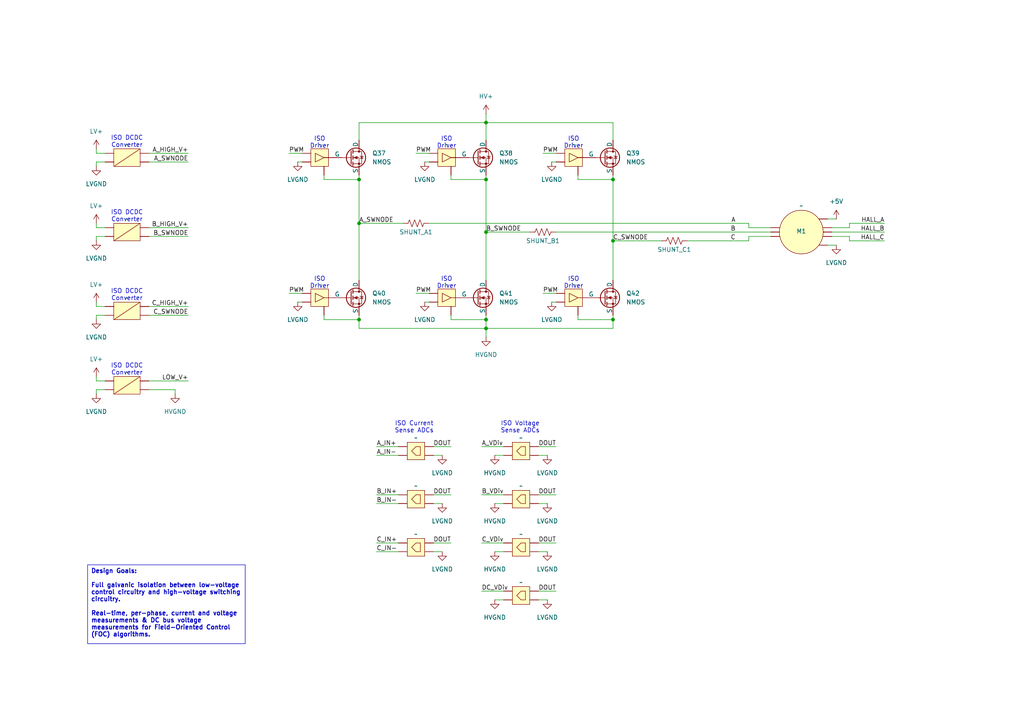
<source format=kicad_sch>
(kicad_sch (version 20250114) (generator "eeschema") (generator_version "9.0")
  (paper "A4")
  (lib_symbols
    (symbol "ADC_1"
      (symbol "ADC_1_0_1"
        (polyline (pts (xy 1.27 -1.27) (xy 1.27 1.27) (xy 0 1.27) (xy -1.27 0) (xy 0 -1.27) (xy 1.27 -1.27)))
      )
      (symbol "ADC_1_1_1"
        (rectangle (start -2.54 2.54) (end 2.54 -2.54) (fill (type color) (color 255 255 194 1)))
        (pin passive line (at -5.08 1.27 0) (length 2.54) (name "") (number ""))
        (pin passive line (at -5.08 -1.27 0) (length 2.54) (name "") (number ""))
        (pin passive line (at 5.08 1.27 180) (length 2.54) (name "") (number ""))
        (pin passive line (at 5.08 -1.27 180) (length 2.54) (name "") (number ""))
      )
    )
    (symbol "ADC_2"
      (symbol "ADC_2_0_1"
        (polyline (pts (xy 1.27 -1.27) (xy 1.27 1.27) (xy 0 1.27) (xy -1.27 0) (xy 0 -1.27) (xy 1.27 -1.27)))
      )
      (symbol "ADC_2_1_1"
        (rectangle (start -2.54 2.54) (end 2.54 -2.54) (fill (type color) (color 255 255 194 1)))
        (pin passive line (at -5.08 1.27 0) (length 2.54) (name "") (number ""))
        (pin passive line (at -5.08 -1.27 0) (length 2.54) (name "") (number ""))
        (pin passive line (at 5.08 1.27 180) (length 2.54) (name "") (number ""))
        (pin passive line (at 5.08 -1.27 180) (length 2.54) (name "") (number ""))
      )
    )
    (symbol "ADC_3"
      (symbol "ADC_3_0_1"
        (polyline (pts (xy 1.27 -1.27) (xy 1.27 1.27) (xy 0 1.27) (xy -1.27 0) (xy 0 -1.27) (xy 1.27 -1.27)))
      )
      (symbol "ADC_3_1_1"
        (rectangle (start -2.54 2.54) (end 2.54 -2.54) (fill (type color) (color 255 255 194 1)))
        (pin passive line (at -5.08 1.27 0) (length 2.54) (name "") (number ""))
        (pin passive line (at -5.08 -1.27 0) (length 2.54) (name "") (number ""))
        (pin passive line (at 5.08 1.27 180) (length 2.54) (name "") (number ""))
        (pin passive line (at 5.08 -1.27 180) (length 2.54) (name "") (number ""))
      )
    )
    (symbol "ADC_4"
      (symbol "ADC_4_0_1"
        (polyline (pts (xy 1.27 -1.27) (xy 1.27 1.27) (xy 0 1.27) (xy -1.27 0) (xy 0 -1.27) (xy 1.27 -1.27)))
      )
      (symbol "ADC_4_1_1"
        (rectangle (start -2.54 2.54) (end 2.54 -2.54) (fill (type color) (color 255 255 194 1)))
        (pin passive line (at -5.08 1.27 0) (length 2.54) (name "") (number ""))
        (pin passive line (at -5.08 -1.27 0) (length 2.54) (name "") (number ""))
        (pin passive line (at 5.08 1.27 180) (length 2.54) (name "") (number ""))
        (pin passive line (at 5.08 -1.27 180) (length 2.54) (name "") (number ""))
      )
    )
    (symbol "ADC_5"
      (symbol "ADC_5_0_1"
        (polyline (pts (xy 1.27 -1.27) (xy 1.27 1.27) (xy 0 1.27) (xy -1.27 0) (xy 0 -1.27) (xy 1.27 -1.27)))
      )
      (symbol "ADC_5_1_1"
        (rectangle (start -2.54 2.54) (end 2.54 -2.54) (fill (type color) (color 255 255 194 1)))
        (pin passive line (at -5.08 1.27 0) (length 2.54) (name "") (number ""))
        (pin passive line (at -5.08 -1.27 0) (length 2.54) (name "") (number ""))
        (pin passive line (at 5.08 1.27 180) (length 2.54) (name "") (number ""))
        (pin passive line (at 5.08 -1.27 180) (length 2.54) (name "") (number ""))
      )
    )
    (symbol "ADC_6"
      (symbol "ADC_6_0_1"
        (polyline (pts (xy 1.27 -1.27) (xy 1.27 1.27) (xy 0 1.27) (xy -1.27 0) (xy 0 -1.27) (xy 1.27 -1.27)))
      )
      (symbol "ADC_6_1_1"
        (rectangle (start -2.54 2.54) (end 2.54 -2.54) (fill (type color) (color 255 255 194 1)))
        (pin passive line (at -5.08 1.27 0) (length 2.54) (name "") (number ""))
        (pin passive line (at -5.08 -1.27 0) (length 2.54) (name "") (number ""))
        (pin passive line (at 5.08 1.27 180) (length 2.54) (name "") (number ""))
        (pin passive line (at 5.08 -1.27 180) (length 2.54) (name "") (number ""))
      )
    )
    (symbol "DCDC_1"
      (symbol "DCDC_1_0_1"
        (polyline (pts (xy 3.81 2.54) (xy -3.81 -2.54)))
      )
      (symbol "DCDC_1_1_1"
        (rectangle (start -3.81 2.54) (end 3.81 -2.54) (fill (type color) (color 255 255 194 1)))
        (pin passive line (at -6.35 1.27 0) (length 2.54) (name "") (number ""))
        (pin passive line (at -6.35 -1.27 0) (length 2.54) (name "") (number ""))
        (pin passive line (at 6.35 1.27 180) (length 2.54) (name "") (number ""))
        (pin passive line (at 6.35 -1.27 180) (length 2.54) (name "") (number ""))
      )
    )
    (symbol "DCDC_2"
      (symbol "DCDC_2_0_1"
        (polyline (pts (xy 3.81 2.54) (xy -3.81 -2.54)))
      )
      (symbol "DCDC_2_1_1"
        (rectangle (start -3.81 2.54) (end 3.81 -2.54) (fill (type color) (color 255 255 194 1)))
        (pin passive line (at -6.35 1.27 0) (length 2.54) (name "") (number ""))
        (pin passive line (at -6.35 -1.27 0) (length 2.54) (name "") (number ""))
        (pin passive line (at 6.35 1.27 180) (length 2.54) (name "") (number ""))
        (pin passive line (at 6.35 -1.27 180) (length 2.54) (name "") (number ""))
      )
    )
    (symbol "DCDC_3"
      (symbol "DCDC_3_0_1"
        (polyline (pts (xy 3.81 2.54) (xy -3.81 -2.54)))
      )
      (symbol "DCDC_3_1_1"
        (rectangle (start -3.81 2.54) (end 3.81 -2.54) (fill (type color) (color 255 255 194 1)))
        (pin passive line (at -6.35 1.27 0) (length 2.54) (name "") (number ""))
        (pin passive line (at -6.35 -1.27 0) (length 2.54) (name "") (number ""))
        (pin passive line (at 6.35 1.27 180) (length 2.54) (name "") (number ""))
        (pin passive line (at 6.35 -1.27 180) (length 2.54) (name "") (number ""))
      )
    )
    (symbol "Device:R_US" (pin_numbers (hide yes)) (pin_names (offset 0))
      (property "Reference" "R" (at 2.54 0 90))
      (property "Value" "R_US" (at -2.54 0 90))
      (symbol "R_US_0_1"
        (polyline (pts (xy 0 2.286) (xy 0 2.54)))
        (polyline (pts (xy 0 2.286) (xy 1.016 1.905) (xy 0 1.524) (xy -1.016 1.143) (xy 0 0.762)))
        (polyline (pts (xy 0 0.762) (xy 1.016 0.381) (xy 0 0) (xy -1.016 -0.381) (xy 0 -0.762)))
        (polyline (pts (xy 0 -0.762) (xy 1.016 -1.143) (xy 0 -1.524) (xy -1.016 -1.905) (xy 0 -2.286)))
        (polyline (pts (xy 0 -2.286) (xy 0 -2.54)))
      )
      (symbol "R_US_1_1"
        (pin passive line (at 0 3.81 270) (length 1.27) (name "~") (number "1"))
        (pin passive line (at 0 -3.81 90) (length 1.27) (name "~") (number "2"))
      )
    )
    (symbol "Gate_Driver_1"
      (symbol "Gate_Driver_1_0_1"
        (polyline (pts (xy -1.27 1.27) (xy 1.27 0)))
        (polyline (pts (xy -1.27 1.27) (xy -1.27 -1.27) (xy 1.27 0)))
        (polyline (pts (xy 1.27 0) (xy 2.54 0)))
      )
      (symbol "Gate_Driver_1_1_1"
        (rectangle (start -2.54 2.54) (end 2.54 -2.54) (fill (type color) (color 255 255 194 1)))
        (pin passive line (at -5.08 1.27 0) (length 2.54) (name "") (number ""))
        (pin passive line (at -5.08 -1.27 0) (length 2.54) (name "") (number ""))
        (pin passive line (at 1.27 -5.08 90) (length 2.54) (name "") (number ""))
        (pin passive line (at 3.81 0 180) (length 2.54) (name "") (number ""))
      )
    )
    (symbol "Gate_Driver_2"
      (symbol "Gate_Driver_2_0_1"
        (polyline (pts (xy -1.27 1.27) (xy 1.27 0)))
        (polyline (pts (xy -1.27 1.27) (xy -1.27 -1.27) (xy 1.27 0)))
        (polyline (pts (xy 1.27 0) (xy 2.54 0)))
      )
      (symbol "Gate_Driver_2_1_1"
        (rectangle (start -2.54 2.54) (end 2.54 -2.54) (fill (type color) (color 255 255 194 1)))
        (pin passive line (at -5.08 1.27 0) (length 2.54) (name "") (number ""))
        (pin passive line (at -5.08 -1.27 0) (length 2.54) (name "") (number ""))
        (pin passive line (at 1.27 -5.08 90) (length 2.54) (name "") (number ""))
        (pin passive line (at 3.81 0 180) (length 2.54) (name "") (number ""))
      )
    )
    (symbol "Gate_Driver_3"
      (symbol "Gate_Driver_3_0_1"
        (polyline (pts (xy -1.27 1.27) (xy 1.27 0)))
        (polyline (pts (xy -1.27 1.27) (xy -1.27 -1.27) (xy 1.27 0)))
        (polyline (pts (xy 1.27 0) (xy 2.54 0)))
      )
      (symbol "Gate_Driver_3_1_1"
        (rectangle (start -2.54 2.54) (end 2.54 -2.54) (fill (type color) (color 255 255 194 1)))
        (pin passive line (at -5.08 1.27 0) (length 2.54) (name "") (number ""))
        (pin passive line (at -5.08 -1.27 0) (length 2.54) (name "") (number ""))
        (pin passive line (at 1.27 -5.08 90) (length 2.54) (name "") (number ""))
        (pin passive line (at 3.81 0 180) (length 2.54) (name "") (number ""))
      )
    )
    (symbol "Gate_Driver_4"
      (symbol "Gate_Driver_4_0_1"
        (polyline (pts (xy -1.27 1.27) (xy 1.27 0)))
        (polyline (pts (xy -1.27 1.27) (xy -1.27 -1.27) (xy 1.27 0)))
        (polyline (pts (xy 1.27 0) (xy 2.54 0)))
      )
      (symbol "Gate_Driver_4_1_1"
        (rectangle (start -2.54 2.54) (end 2.54 -2.54) (fill (type color) (color 255 255 194 1)))
        (pin passive line (at -5.08 1.27 0) (length 2.54) (name "") (number ""))
        (pin passive line (at -5.08 -1.27 0) (length 2.54) (name "") (number ""))
        (pin passive line (at 1.27 -5.08 90) (length 2.54) (name "") (number ""))
        (pin passive line (at 3.81 0 180) (length 2.54) (name "") (number ""))
      )
    )
    (symbol "Gate_Driver_5"
      (symbol "Gate_Driver_5_0_1"
        (polyline (pts (xy -1.27 1.27) (xy 1.27 0)))
        (polyline (pts (xy -1.27 1.27) (xy -1.27 -1.27) (xy 1.27 0)))
        (polyline (pts (xy 1.27 0) (xy 2.54 0)))
      )
      (symbol "Gate_Driver_5_1_1"
        (rectangle (start -2.54 2.54) (end 2.54 -2.54) (fill (type color) (color 255 255 194 1)))
        (pin passive line (at -5.08 1.27 0) (length 2.54) (name "") (number ""))
        (pin passive line (at -5.08 -1.27 0) (length 2.54) (name "") (number ""))
        (pin passive line (at 1.27 -5.08 90) (length 2.54) (name "") (number ""))
        (pin passive line (at 3.81 0 180) (length 2.54) (name "") (number ""))
      )
    )
    (symbol "Simulation_SPICE:NMOS" (pin_numbers (hide yes)) (pin_names (offset 0))
      (property "Reference" "Q" (at 5.08 1.27 0))
      (property "Value" "NMOS" (at 5.08 -1.27 0))
      (symbol "NMOS_0_1"
        (polyline (pts (xy 0.254 1.905) (xy 0.254 -1.905)) (stroke (width 0.254)))
        (polyline (pts (xy 0.254 0) (xy -2.54 0)))
        (polyline (pts (xy 0.762 2.286) (xy 0.762 1.27)) (stroke (width 0.254)))
        (polyline (pts (xy 0.762 0.508) (xy 0.762 -0.508)) (stroke (width 0.254)))
        (polyline (pts (xy 0.762 -1.27) (xy 0.762 -2.286)) (stroke (width 0.254)))
        (polyline (pts (xy 0.762 -1.778) (xy 3.302 -1.778) (xy 3.302 1.778) (xy 0.762 1.778)))
        (polyline (pts (xy 1.016 0) (xy 2.032 0.381) (xy 2.032 -0.381) (xy 1.016 0)) (fill (type outline)))
        (circle (center 1.651 0) (radius 2.794) (stroke (width 0.254)))
        (polyline (pts (xy 2.54 2.54) (xy 2.54 1.778)))
        (circle (center 2.54 1.778) (radius 0.254) (fill (type outline)))
        (circle (center 2.54 -1.778) (radius 0.254) (fill (type outline)))
        (polyline (pts (xy 2.54 -2.54) (xy 2.54 0) (xy 0.762 0)))
        (polyline (pts (xy 2.794 0.508) (xy 2.921 0.381) (xy 3.683 0.381) (xy 3.81 0.254)))
        (polyline (pts (xy 3.302 0.381) (xy 2.921 -0.254) (xy 3.683 -0.254) (xy 3.302 0.381)))
      )
      (symbol "NMOS_1_1"
        (pin input line (at -5.08 0 0) (length 2.54) (name "G") (number "2"))
        (pin passive line (at 2.54 5.08 270) (length 2.54) (name "D") (number "1"))
        (pin passive line (at 2.54 -5.08 90) (length 2.54) (name "S") (number "3"))
      )
    )
    (symbol "TractionInverter:ADC"
      (symbol "ADC_0_1"
        (polyline (pts (xy 1.27 -1.27) (xy 1.27 1.27) (xy 0 1.27) (xy -1.27 0) (xy 0 -1.27) (xy 1.27 -1.27)))
      )
      (symbol "ADC_1_1"
        (rectangle (start -2.54 2.54) (end 2.54 -2.54) (fill (type color) (color 255 255 194 1)))
        (pin passive line (at -5.08 1.27 0) (length 2.54) (name "") (number ""))
        (pin passive line (at -5.08 -1.27 0) (length 2.54) (name "") (number ""))
        (pin passive line (at 5.08 1.27 180) (length 2.54) (name "") (number ""))
        (pin passive line (at 5.08 -1.27 180) (length 2.54) (name "") (number ""))
      )
    )
    (symbol "TractionInverter:DCDC"
      (symbol "DCDC_0_1"
        (polyline (pts (xy 3.81 2.54) (xy -3.81 -2.54)))
      )
      (symbol "DCDC_1_1"
        (rectangle (start -3.81 2.54) (end 3.81 -2.54) (fill (type color) (color 255 255 194 1)))
        (pin passive line (at -6.35 1.27 0) (length 2.54) (name "") (number ""))
        (pin passive line (at -6.35 -1.27 0) (length 2.54) (name "") (number ""))
        (pin passive line (at 6.35 1.27 180) (length 2.54) (name "") (number ""))
        (pin passive line (at 6.35 -1.27 180) (length 2.54) (name "") (number ""))
      )
    )
    (symbol "TractionInverter:Gate_Driver"
      (symbol "Gate_Driver_0_1"
        (polyline (pts (xy -1.27 1.27) (xy 1.27 0)))
        (polyline (pts (xy -1.27 1.27) (xy -1.27 -1.27) (xy 1.27 0)))
        (polyline (pts (xy 1.27 0) (xy 2.54 0)))
      )
      (symbol "Gate_Driver_1_1"
        (rectangle (start -2.54 2.54) (end 2.54 -2.54) (fill (type color) (color 255 255 194 1)))
        (pin passive line (at -5.08 1.27 0) (length 2.54) (name "") (number ""))
        (pin passive line (at -5.08 -1.27 0) (length 2.54) (name "") (number ""))
        (pin passive line (at 1.27 -5.08 90) (length 2.54) (name "") (number ""))
        (pin passive line (at 3.81 0 180) (length 2.54) (name "") (number ""))
      )
    )
    (symbol "TractionInverter:Motor"
      (property "Reference" "M" (at 0 0 0))
      (symbol "Motor_0_1"
        (circle (center 0 0) (radius 6.35) (fill (type color) (color 255 255 194 1)))
      )
      (symbol "Motor_1_1"
        (pin passive line (at -8.89 1.27 0) (length 2.54) (name "") (number ""))
        (pin passive line (at -8.89 0 0) (length 2.54) (name "") (number ""))
        (pin passive line (at -8.89 -1.27 0) (length 2.54) (name "") (number ""))
        (pin passive line (at 7.62 3.81 180) (length 2.54) (name "") (number ""))
        (pin passive line (at 7.62 -3.81 180) (length 2.54) (name "") (number ""))
        (pin passive line (at 8.89 1.27 180) (length 2.54) (name "") (number ""))
        (pin passive line (at 8.89 0 180) (length 2.54) (name "") (number ""))
        (pin passive line (at 8.89 -1.27 180) (length 2.54) (name "") (number ""))
      )
    )
    (symbol "power:+3.3V" (power) (pin_numbers (hide yes)) (pin_names (offset 0) (hide yes))
      (property "Value" "+3.3V" (at 0 3.556 0))
      (symbol "+3.3V_0_1"
        (polyline (pts (xy -0.762 1.27) (xy 0 2.54)))
        (polyline (pts (xy 0 2.54) (xy 0.762 1.27)))
        (polyline (pts (xy 0 0) (xy 0 2.54)))
      )
      (symbol "+3.3V_1_1"
        (pin power_in line (at 0 0 90) (length 0) (name "~") (number "1"))
      )
    )
    (symbol "power:+5V" (power) (pin_numbers (hide yes)) (pin_names (offset 0) (hide yes))
      (property "Value" "+5V" (at 0 3.556 0))
      (symbol "+5V_0_1"
        (polyline (pts (xy -0.762 1.27) (xy 0 2.54)))
        (polyline (pts (xy 0 2.54) (xy 0.762 1.27)))
        (polyline (pts (xy 0 0) (xy 0 2.54)))
      )
      (symbol "+5V_1_1"
        (pin power_in line (at 0 0 90) (length 0) (name "~") (number "1"))
      )
    )
    (symbol "power:GND" (power) (pin_numbers (hide yes)) (pin_names (offset 0) (hide yes))
      (property "Value" "GND" (at 0 -3.81 0))
      (symbol "GND_0_1"
        (polyline (pts (xy 0 0) (xy 0 -1.27) (xy 1.27 -1.27) (xy 0 -2.54) (xy -1.27 -1.27) (xy 0 -1.27)))
      )
      (symbol "GND_1_1"
        (pin power_in line (at 0 0 270) (length 0) (name "~") (number "1"))
      )
    )
  )
  (text "ISO\nDriver" (at 166.37 41.402 0) (effects (font (size 1.27 1.27))))
  (text "ISO Voltage\nSense ADCs" (at 150.876 123.952 0) (effects (font (size 1.27 1.27))))
  (text "ISO\nDriver" (at 92.71 82.042 0) (effects (font (size 1.27 1.27))))
  (text "ISO\nDriver" (at 129.54 41.402 0) (effects (font (size 1.27 1.27))))
  (text "ISO\nDriver" (at 129.54 82.042 0) (effects (font (size 1.27 1.27))))
  (text "ISO DCDC\nConverter" (at 36.83 41.148 0) (effects (font (size 1.27 1.27))))
  (text "ISO\nDriver" (at 166.37 82.042 0) (effects (font (size 1.27 1.27))))
  (text "ISO DCDC\nConverter" (at 36.83 85.598 0) (effects (font (size 1.27 1.27))))
  (text "ISO Current\nSense ADCs" (at 120.142 123.952 0) (effects (font (size 1.27 1.27))))
  (text "ISO DCDC\nConverter" (at 36.83 62.738 0) (effects (font (size 1.27 1.27))))
  (text "ISO DCDC\nConverter" (at 36.83 107.188 0) (effects (font (size 1.27 1.27))))
  (text "ISO\nDriver" (at 92.71 41.402 0) (effects (font (size 1.27 1.27))))
  (text_box "Design Goals:\n\nFull galvanic isolation between low-voltage control circuitry and high-voltage switching circuitry.\n\nReal-time, per-phase, current and voltage measurements & DC bus voltage measurements for Field-Oriented Control (FOC) algorithms.\n" (at 25.4 163.83 0) (size 45.72 22.86) (margins 0.9525 0.9525 0.9525 0.9525) (effects (font (size 1.27 1.27) (thickness 0.254) (bold yes)) (justify left top)))
  (junction (at 140.97 35.56))
  (junction (at 177.8 92.71))
  (junction (at 177.8 69.85))
  (junction (at 140.97 52.07))
  (junction (at 177.8 52.07))
  (junction (at 104.14 92.71))
  (junction (at 140.97 92.71))
  (junction (at 140.97 67.31))
  (junction (at 104.14 64.77))
  (junction (at 140.97 95.25))
  (junction (at 104.14 52.07))
  (wire (pts (xy 156.21 160.02) (xy 158.75 160.02)))
  (wire (pts (xy 156.21 143.51) (xy 161.29 143.51)))
  (wire (pts (xy 140.97 67.31) (xy 140.97 81.28)))
  (wire (pts (xy 130.81 91.44) (xy 130.81 92.71)))
  (wire (pts (xy 87.63 46.99) (xy 86.36 46.99)))
  (wire (pts (xy 27.94 43.18) (xy 27.94 44.45)))
  (wire (pts (xy 177.8 69.85) (xy 191.77 69.85)))
  (wire (pts (xy 246.38 64.77) (xy 246.38 66.04)))
  (wire (pts (xy 43.18 88.9) (xy 54.61 88.9)))
  (wire (pts (xy 125.73 160.02) (xy 128.27 160.02)))
  (wire (pts (xy 93.98 50.8) (xy 93.98 52.07)))
  (wire (pts (xy 240.03 63.5) (xy 242.57 63.5)))
  (wire (pts (xy 240.03 71.12) (xy 242.57 71.12)))
  (wire (pts (xy 109.22 143.51) (xy 115.57 143.51)))
  (wire (pts (xy 156.21 157.48) (xy 161.29 157.48)))
  (wire (pts (xy 177.8 50.8) (xy 177.8 52.07)))
  (wire (pts (xy 161.29 87.63) (xy 160.02 87.63)))
  (wire (pts (xy 50.8 114.3) (xy 50.8 113.03)))
  (wire (pts (xy 143.51 132.08) (xy 146.05 132.08)))
  (wire (pts (xy 167.64 50.8) (xy 167.64 52.07)))
  (wire (pts (xy 139.7 171.45) (xy 146.05 171.45)))
  (wire (pts (xy 109.22 157.48) (xy 115.57 157.48)))
  (wire (pts (xy 104.14 64.77) (xy 116.84 64.77)))
  (wire (pts (xy 143.51 146.05) (xy 146.05 146.05)))
  (wire (pts (xy 125.73 146.05) (xy 128.27 146.05)))
  (wire (pts (xy 43.18 68.58) (xy 54.61 68.58)))
  (wire (pts (xy 130.81 92.71) (xy 140.97 92.71)))
  (wire (pts (xy 43.18 46.99) (xy 54.61 46.99)))
  (wire (pts (xy 104.14 92.71) (xy 104.14 95.25)))
  (wire (pts (xy 140.97 50.8) (xy 140.97 52.07)))
  (wire (pts (xy 43.18 91.44) (xy 54.61 91.44)))
  (wire (pts (xy 125.73 143.51) (xy 130.81 143.51)))
  (wire (pts (xy 139.7 143.51) (xy 146.05 143.51)))
  (wire (pts (xy 139.7 129.54) (xy 146.05 129.54)))
  (wire (pts (xy 87.63 87.63) (xy 86.36 87.63)))
  (wire (pts (xy 246.38 64.77) (xy 256.54 64.77)))
  (wire (pts (xy 43.18 66.04) (xy 54.61 66.04)))
  (wire (pts (xy 161.29 46.99) (xy 160.02 46.99)))
  (wire (pts (xy 140.97 33.02) (xy 140.97 35.56)))
  (wire (pts (xy 120.65 44.45) (xy 124.46 44.45)))
  (wire (pts (xy 27.94 68.58) (xy 27.94 69.85)))
  (wire (pts (xy 50.8 113.03) (xy 43.18 113.03)))
  (wire (pts (xy 27.94 46.99) (xy 27.94 48.26)))
  (wire (pts (xy 130.81 52.07) (xy 140.97 52.07)))
  (wire (pts (xy 241.3 67.31) (xy 256.54 67.31)))
  (wire (pts (xy 156.21 132.08) (xy 158.75 132.08)))
  (wire (pts (xy 157.48 44.45) (xy 161.29 44.45)))
  (wire (pts (xy 109.22 146.05) (xy 115.57 146.05)))
  (wire (pts (xy 143.51 173.99) (xy 146.05 173.99)))
  (wire (pts (xy 104.14 52.07) (xy 104.14 64.77)))
  (wire (pts (xy 43.18 44.45) (xy 54.61 44.45)))
  (wire (pts (xy 161.29 67.31) (xy 223.52 67.31)))
  (wire (pts (xy 246.38 69.85) (xy 256.54 69.85)))
  (wire (pts (xy 157.48 85.09) (xy 161.29 85.09)))
  (wire (pts (xy 124.46 64.77) (xy 217.17 64.77)))
  (wire (pts (xy 104.14 95.25) (xy 140.97 95.25)))
  (wire (pts (xy 167.64 92.71) (xy 177.8 92.71)))
  (wire (pts (xy 83.82 44.45) (xy 87.63 44.45)))
  (wire (pts (xy 217.17 66.04) (xy 223.52 66.04)))
  (wire (pts (xy 139.7 157.48) (xy 146.05 157.48)))
  (wire (pts (xy 217.17 64.77) (xy 217.17 66.04)))
  (wire (pts (xy 140.97 67.31) (xy 153.67 67.31)))
  (wire (pts (xy 93.98 92.71) (xy 104.14 92.71)))
  (wire (pts (xy 27.94 87.63) (xy 27.94 88.9)))
  (wire (pts (xy 104.14 40.64) (xy 104.14 35.56)))
  (wire (pts (xy 217.17 69.85) (xy 217.17 68.58)))
  (wire (pts (xy 177.8 92.71) (xy 177.8 91.44)))
  (wire (pts (xy 156.21 129.54) (xy 161.29 129.54)))
  (wire (pts (xy 104.14 50.8) (xy 104.14 52.07)))
  (wire (pts (xy 246.38 66.04) (xy 241.3 66.04)))
  (wire (pts (xy 140.97 92.71) (xy 140.97 95.25)))
  (wire (pts (xy 140.97 52.07) (xy 140.97 67.31)))
  (wire (pts (xy 124.46 46.99) (xy 123.19 46.99)))
  (wire (pts (xy 140.97 95.25) (xy 177.8 95.25)))
  (wire (pts (xy 30.48 113.03) (xy 27.94 113.03)))
  (wire (pts (xy 143.51 160.02) (xy 146.05 160.02)))
  (wire (pts (xy 93.98 91.44) (xy 93.98 92.71)))
  (wire (pts (xy 241.3 68.58) (xy 246.38 68.58)))
  (wire (pts (xy 140.97 95.25) (xy 140.97 97.79)))
  (wire (pts (xy 177.8 69.85) (xy 177.8 81.28)))
  (wire (pts (xy 167.64 52.07) (xy 177.8 52.07)))
  (wire (pts (xy 124.46 87.63) (xy 123.19 87.63)))
  (wire (pts (xy 177.8 35.56) (xy 177.8 40.64)))
  (wire (pts (xy 30.48 91.44) (xy 27.94 91.44)))
  (wire (pts (xy 109.22 132.08) (xy 115.57 132.08)))
  (wire (pts (xy 125.73 132.08) (xy 128.27 132.08)))
  (wire (pts (xy 30.48 46.99) (xy 27.94 46.99)))
  (wire (pts (xy 109.22 129.54) (xy 115.57 129.54)))
  (wire (pts (xy 93.98 52.07) (xy 104.14 52.07)))
  (wire (pts (xy 30.48 110.49) (xy 27.94 110.49)))
  (wire (pts (xy 27.94 109.22) (xy 27.94 110.49)))
  (wire (pts (xy 177.8 95.25) (xy 177.8 92.71)))
  (wire (pts (xy 83.82 85.09) (xy 87.63 85.09)))
  (wire (pts (xy 156.21 146.05) (xy 158.75 146.05)))
  (wire (pts (xy 130.81 50.8) (xy 130.81 52.07)))
  (wire (pts (xy 140.97 35.56) (xy 140.97 40.64)))
  (wire (pts (xy 246.38 68.58) (xy 246.38 69.85)))
  (wire (pts (xy 177.8 52.07) (xy 177.8 69.85)))
  (wire (pts (xy 125.73 129.54) (xy 130.81 129.54)))
  (wire (pts (xy 43.18 110.49) (xy 54.61 110.49)))
  (wire (pts (xy 120.65 85.09) (xy 124.46 85.09)))
  (wire (pts (xy 167.64 91.44) (xy 167.64 92.71)))
  (wire (pts (xy 104.14 35.56) (xy 140.97 35.56)))
  (wire (pts (xy 104.14 91.44) (xy 104.14 92.71)))
  (wire (pts (xy 104.14 64.77) (xy 104.14 81.28)))
  (wire (pts (xy 125.73 157.48) (xy 130.81 157.48)))
  (wire (pts (xy 156.21 173.99) (xy 158.75 173.99)))
  (wire (pts (xy 140.97 35.56) (xy 177.8 35.56)))
  (wire (pts (xy 109.22 160.02) (xy 115.57 160.02)))
  (wire (pts (xy 30.48 88.9) (xy 27.94 88.9)))
  (wire (pts (xy 27.94 113.03) (xy 27.94 114.3)))
  (wire (pts (xy 27.94 64.77) (xy 27.94 66.04)))
  (wire (pts (xy 217.17 68.58) (xy 223.52 68.58)))
  (wire (pts (xy 27.94 91.44) (xy 27.94 92.71)))
  (wire (pts (xy 156.21 171.45) (xy 161.29 171.45)))
  (wire (pts (xy 30.48 66.04) (xy 27.94 66.04)))
  (wire (pts (xy 30.48 68.58) (xy 27.94 68.58)))
  (wire (pts (xy 30.48 44.45) (xy 27.94 44.45)))
  (wire (pts (xy 199.39 69.85) (xy 217.17 69.85)))
  (wire (pts (xy 140.97 91.44) (xy 140.97 92.71)))
  (label "C_IN-" (at 109.22 160.02 0))
  (label "PWM" (at 157.48 44.45 0))
  (label "LOW_V+" (at 54.61 110.49 180))
  (label "DOUT" (at 161.29 143.51 180))
  (label "A" (at 213.36 64.77 180))
  (label "PWM" (at 120.65 44.45 0))
  (label "A_SWNODE" (at 54.61 46.99 180))
  (label "DOUT" (at 130.81 143.51 180))
  (label "B_IN-" (at 109.22 146.05 0))
  (label "B_HIGH_V+" (at 54.61 66.04 180))
  (label "PWM" (at 157.48 85.09 0))
  (label "C_IN+" (at 109.22 157.48 0))
  (label "C_VDiv" (at 139.7 157.48 0))
  (label "PWM" (at 83.82 85.09 0))
  (label "DOUT" (at 130.81 129.54 180))
  (label "B_VDiv" (at 139.7 143.51 0))
  (label "HALL_A" (at 256.54 64.77 180))
  (label "C_SWNODE" (at 177.8 69.85 0))
  (label "DC_VDiv" (at 139.7 171.45 0))
  (label "A_VDiv" (at 139.7 129.54 0))
  (label "B_SWNODE" (at 54.61 68.58 180))
  (label "DOUT" (at 161.29 129.54 180))
  (label "DOUT" (at 130.81 157.48 180))
  (label "A_IN-" (at 109.22 132.08 0))
  (label "DOUT" (at 161.29 171.45 180))
  (label "C_HIGH_V+" (at 54.61 88.9 180))
  (label "A_HIGH_V+" (at 54.61 44.45 180))
  (label "B" (at 213.36 67.31 180))
  (label "HALL_B" (at 256.54 67.31 180))
  (label "C" (at 213.36 69.85 180))
  (label "DOUT" (at 161.29 157.48 180))
  (label "HALL_C" (at 256.54 69.85 180))
  (label "A_SWNODE" (at 104.14 64.77 0))
  (label "C_SWNODE" (at 54.61 91.44 180))
  (label "B_IN+" (at 109.22 143.51 0))
  (label "A_IN+" (at 109.22 129.54 0))
  (label "PWM" (at 120.65 85.09 0))
  (label "PWM" (at 83.82 44.45 0))
  (label "B_SWNODE" (at 140.97 67.31 0))
  (symbol (lib_name "ADC_1") (lib_id "TractionInverter:ADC") (at 120.65 144.78 0) (unit 1)
    (property "Reference" "U24" (effects (hide yes)))
    (property "Value" "~" (at 120.65 140.97 0))
  )
  (symbol (lib_id "power:GND") (at 160.02 46.99 0) (unit 1)
    (property "Reference" "#PWR0260" (effects (hide yes)))
    (property "Value" "LVGND" (at 160.02 52.07 0))
    (property "Description" "Power symbol creates a global label with name \"GND\" , ground" (effects (hide yes)))
  )
  (symbol (lib_id "power:GND") (at 27.94 92.71 0) (unit 1)
    (property "Reference" "#PWR0270" (effects (hide yes)))
    (property "Value" "LVGND" (at 27.94 97.79 0))
    (property "Description" "Power symbol creates a global label with name \"GND\" , ground" (effects (hide yes)))
  )
  (symbol (lib_id "power:GND") (at 242.57 71.12 0) (unit 1)
    (property "Reference" "#PWR0265" (effects (hide yes)))
    (property "Value" "LVGND" (at 242.57 76.2 0))
    (property "Description" "Power symbol creates a global label with name \"GND\" , ground" (effects (hide yes)))
  )
  (symbol (lib_id "power:+3.3V") (at 27.94 43.18 0) (unit 1)
    (property "Reference" "#PWR0257" (effects (hide yes)))
    (property "Value" "LV+" (at 27.94 38.1 0))
    (property "Description" "Power symbol creates a global label with name \"+3.3V\"" (effects (hide yes)))
  )
  (symbol (lib_id "power:GND") (at 128.27 146.05 0) (unit 1)
    (property "Reference" "#PWR0278" (effects (hide yes)))
    (property "Value" "LVGND" (at 128.27 151.13 0))
    (property "Description" "Power symbol creates a global label with name \"GND\" , ground" (effects (hide yes)))
  )
  (symbol (lib_id "power:GND") (at 158.75 132.08 0) (unit 1)
    (property "Reference" "#PWR0277" (effects (hide yes)))
    (property "Value" "LVGND" (at 158.75 137.16 0))
    (property "Description" "Power symbol creates a global label with name \"GND\" , ground" (effects (hide yes)))
  )
  (symbol (lib_id "power:GND") (at 27.94 48.26 0) (unit 1)
    (property "Reference" "#PWR0261" (effects (hide yes)))
    (property "Value" "LVGND" (at 27.94 53.34 0))
    (property "Description" "Power symbol creates a global label with name \"GND\" , ground" (effects (hide yes)))
  )
  (symbol (lib_name "DCDC_2") (lib_id "TractionInverter:DCDC") (at 36.83 90.17 0) (unit 1)
    (property "Reference" "U20" (effects (hide yes)))
    (property "Value" "~" (at 36.83 86.36 0))
  )
  (symbol (lib_id "Device:R_US") (at 120.65 64.77 270) (unit 1)
    (property "Reference" "SHUNT_A1" (at 120.65 67.31 90))
    (property "Value" "~" (at 120.65 67.31 90))
    (property "Description" "Resistor, US symbol" (effects (hide yes)))
  )
  (symbol (lib_name "ADC_5") (lib_id "TractionInverter:ADC") (at 151.13 158.75 0) (unit 1)
    (property "Reference" "U27" (effects (hide yes)))
    (property "Value" "~" (at 151.13 154.94 0))
  )
  (symbol (lib_id "power:GND") (at 123.19 87.63 0) (unit 1)
    (property "Reference" "#PWR0268" (effects (hide yes)))
    (property "Value" "LVGND" (at 123.19 92.71 0))
    (property "Description" "Power symbol creates a global label with name \"GND\" , ground" (effects (hide yes)))
  )
  (symbol (lib_id "power:+3.3V") (at 140.97 33.02 0) (unit 1)
    (property "Reference" "#PWR0256" (effects (hide yes)))
    (property "Value" "HV+" (at 140.97 27.94 0))
    (property "Description" "Power symbol creates a global label with name \"+3.3V\"" (effects (hide yes)))
  )
  (symbol (lib_id "power:GND") (at 160.02 87.63 0) (unit 1)
    (property "Reference" "#PWR0269" (effects (hide yes)))
    (property "Value" "LVGND" (at 160.02 92.71 0))
    (property "Description" "Power symbol creates a global label with name \"GND\" , ground" (effects (hide yes)))
  )
  (symbol (lib_id "power:GND") (at 143.51 132.08 0) (unit 1)
    (property "Reference" "#PWR0276" (effects (hide yes)))
    (property "Value" "HVGND" (at 143.51 137.16 0))
    (property "Description" "Power symbol creates a global label with name \"GND\" , ground" (effects (hide yes)))
  )
  (symbol (lib_name "DCDC_1") (lib_id "TractionInverter:DCDC") (at 36.83 67.31 0) (unit 1)
    (property "Reference" "U16" (effects (hide yes)))
    (property "Value" "~" (at 36.83 63.5 0))
  )
  (symbol (lib_id "power:+3.3V") (at 27.94 64.77 0) (unit 1)
    (property "Reference" "#PWR0263" (effects (hide yes)))
    (property "Value" "LV+" (at 27.94 59.69 0))
    (property "Description" "Power symbol creates a global label with name \"+3.3V\"" (effects (hide yes)))
  )
  (symbol (lib_id "power:GND") (at 128.27 160.02 0) (unit 1)
    (property "Reference" "#PWR0281" (effects (hide yes)))
    (property "Value" "LVGND" (at 128.27 165.1 0))
    (property "Description" "Power symbol creates a global label with name \"GND\" , ground" (effects (hide yes)))
  )
  (symbol (lib_id "power:GND") (at 143.51 146.05 0) (unit 1)
    (property "Reference" "#PWR0279" (effects (hide yes)))
    (property "Value" "HVGND" (at 143.51 151.13 0))
    (property "Description" "Power symbol creates a global label with name \"GND\" , ground" (effects (hide yes)))
  )
  (symbol (lib_id "power:+3.3V") (at 27.94 87.63 0) (unit 1)
    (property "Reference" "#PWR0266" (effects (hide yes)))
    (property "Value" "LV+" (at 27.94 82.55 0))
    (property "Description" "Power symbol creates a global label with name \"+3.3V\"" (effects (hide yes)))
  )
  (symbol (lib_id "TractionInverter:Gate_Driver") (at 92.71 45.72 0) (unit 1)
    (property "Reference" "U13" (effects (hide yes)))
    (property "Value" "~" (at 92.71 41.91 0))
  )
  (symbol (lib_id "TractionInverter:DCDC") (at 36.83 45.72 0) (unit 1)
    (property "Reference" "U12" (effects (hide yes)))
    (property "Value" "~" (at 36.83 41.91 0))
  )
  (symbol (lib_id "power:+5V") (at 242.57 63.5 0) (unit 1)
    (property "Reference" "#PWR0262" (effects (hide yes)))
    (property "Value" "+5V" (at 242.57 58.42 0))
    (property "Description" "Power symbol creates a global label with name \"+5V\"" (effects (hide yes)))
  )
  (symbol (lib_id "power:GND") (at 27.94 114.3 0) (unit 1)
    (property "Reference" "#PWR0273" (effects (hide yes)))
    (property "Value" "LVGND" (at 27.94 119.38 0))
    (property "Description" "Power symbol creates a global label with name \"GND\" , ground" (effects (hide yes)))
  )
  (symbol (lib_id "Simulation_SPICE:NMOS") (at 175.26 86.36 0) (unit 1)
    (property "Reference" "Q42" (at 181.61 85.0899 0) (effects (justify left)))
    (property "Value" "NMOS" (at 181.61 87.6299 0) (effects (justify left)))
    (property "Datasheet" "https://ngspice.sourceforge.io/docs/ngspice-html-manual/manual.xhtml#cha_MOSFETs" (effects (hide yes)))
    (property "Description" "N-MOSFET transistor, drain/source/gate" (effects (hide yes)))
    (property "Sim.Device" "NMOS" (effects (hide yes)))
    (property "Sim.Type" "VDMOS" (effects (hide yes)))
    (property "Sim.Pins" "1=D 2=G 3=S" (effects (hide yes)))
  )
  (symbol (lib_id "power:+3.3V") (at 27.94 109.22 0) (unit 1)
    (property "Reference" "#PWR0272" (effects (hide yes)))
    (property "Value" "LV+" (at 27.94 104.14 0))
    (property "Description" "Power symbol creates a global label with name \"+3.3V\"" (effects (hide yes)))
  )
  (symbol (lib_name "ADC_4") (lib_id "TractionInverter:ADC") (at 151.13 130.81 0) (unit 1)
    (property "Reference" "U23" (effects (hide yes)))
    (property "Value" "~" (at 151.13 127 0))
  )
  (symbol (lib_id "power:GND") (at 50.8 114.3 0) (unit 1)
    (property "Reference" "#PWR0274" (effects (hide yes)))
    (property "Value" "HVGND" (at 50.8 119.38 0))
    (property "Description" "Power symbol creates a global label with name \"GND\" , ground" (effects (hide yes)))
  )
  (symbol (lib_id "Simulation_SPICE:NMOS") (at 138.43 86.36 0) (unit 1)
    (property "Reference" "Q41" (at 144.78 85.0899 0) (effects (justify left)))
    (property "Value" "NMOS" (at 144.78 87.6299 0) (effects (justify left)))
    (property "Datasheet" "https://ngspice.sourceforge.io/docs/ngspice-html-manual/manual.xhtml#cha_MOSFETs" (effects (hide yes)))
    (property "Description" "N-MOSFET transistor, drain/source/gate" (effects (hide yes)))
    (property "Sim.Device" "NMOS" (effects (hide yes)))
    (property "Sim.Type" "VDMOS" (effects (hide yes)))
    (property "Sim.Pins" "1=D 2=G 3=S" (effects (hide yes)))
  )
  (symbol (lib_name "Gate_Driver_5") (lib_id "TractionInverter:Gate_Driver") (at 166.37 86.36 0) (unit 1)
    (property "Reference" "U19" (effects (hide yes)))
    (property "Value" "~" (at 166.37 82.55 0))
  )
  (symbol (lib_name "DCDC_3") (lib_id "TractionInverter:DCDC") (at 36.83 111.76 0) (unit 1)
    (property "Reference" "U21" (effects (hide yes)))
    (property "Value" "~" (at 36.83 107.95 0))
  )
  (symbol (lib_name "ADC_6") (lib_id "TractionInverter:ADC") (at 151.13 172.72 0) (unit 1)
    (property "Reference" "U28" (effects (hide yes)))
    (property "Value" "~" (at 151.13 168.91 0))
  )
  (symbol (lib_name "Gate_Driver_2") (lib_id "TractionInverter:Gate_Driver") (at 166.37 45.72 0) (unit 1)
    (property "Reference" "U15" (effects (hide yes)))
    (property "Value" "~" (at 166.37 41.91 0))
  )
  (symbol (lib_id "power:GND") (at 123.19 46.99 0) (unit 1)
    (property "Reference" "#PWR0259" (effects (hide yes)))
    (property "Value" "LVGND" (at 123.19 52.07 0))
    (property "Description" "Power symbol creates a global label with name \"GND\" , ground" (effects (hide yes)))
  )
  (symbol (lib_name "Gate_Driver_4") (lib_id "TractionInverter:Gate_Driver") (at 129.54 86.36 0) (unit 1)
    (property "Reference" "U18" (effects (hide yes)))
    (property "Value" "~" (at 129.54 82.55 0))
  )
  (symbol (lib_id "power:GND") (at 86.36 87.63 0) (unit 1)
    (property "Reference" "#PWR0267" (effects (hide yes)))
    (property "Value" "LVGND" (at 86.36 92.71 0))
    (property "Description" "Power symbol creates a global label with name \"GND\" , ground" (effects (hide yes)))
  )
  (symbol (lib_id "Simulation_SPICE:NMOS") (at 101.6 86.36 0) (unit 1)
    (property "Reference" "Q40" (at 107.95 85.0899 0) (effects (justify left)))
    (property "Value" "NMOS" (at 107.95 87.6299 0) (effects (justify left)))
    (property "Datasheet" "https://ngspice.sourceforge.io/docs/ngspice-html-manual/manual.xhtml#cha_MOSFETs" (effects (hide yes)))
    (property "Description" "N-MOSFET transistor, drain/source/gate" (effects (hide yes)))
    (property "Sim.Device" "NMOS" (effects (hide yes)))
    (property "Sim.Type" "VDMOS" (effects (hide yes)))
    (property "Sim.Pins" "1=D 2=G 3=S" (effects (hide yes)))
  )
  (symbol (lib_id "power:GND") (at 158.75 146.05 0) (unit 1)
    (property "Reference" "#PWR0280" (effects (hide yes)))
    (property "Value" "LVGND" (at 158.75 151.13 0))
    (property "Description" "Power symbol creates a global label with name \"GND\" , ground" (effects (hide yes)))
  )
  (symbol (lib_id "Simulation_SPICE:NMOS") (at 175.26 45.72 0) (unit 1)
    (property "Reference" "Q39" (at 181.61 44.4499 0) (effects (justify left)))
    (property "Value" "NMOS" (at 181.61 46.9899 0) (effects (justify left)))
    (property "Datasheet" "https://ngspice.sourceforge.io/docs/ngspice-html-manual/manual.xhtml#cha_MOSFETs" (effects (hide yes)))
    (property "Description" "N-MOSFET transistor, drain/source/gate" (effects (hide yes)))
    (property "Sim.Device" "NMOS" (effects (hide yes)))
    (property "Sim.Type" "VDMOS" (effects (hide yes)))
    (property "Sim.Pins" "1=D 2=G 3=S" (effects (hide yes)))
  )
  (symbol (lib_name "ADC_2") (lib_id "TractionInverter:ADC") (at 120.65 158.75 0) (unit 1)
    (property "Reference" "U26" (effects (hide yes)))
    (property "Value" "~" (at 120.65 154.94 0))
  )
  (symbol (lib_id "Device:R_US") (at 195.58 69.85 270) (unit 1)
    (property "Reference" "SHUNT_C1" (at 195.58 72.39 90))
    (property "Value" "~" (at 195.58 72.39 90))
    (property "Description" "Resistor, US symbol" (effects (hide yes)))
  )
  (symbol (lib_id "power:GND") (at 27.94 69.85 0) (unit 1)
    (property "Reference" "#PWR0264" (effects (hide yes)))
    (property "Value" "LVGND" (at 27.94 74.93 0))
    (property "Description" "Power symbol creates a global label with name \"GND\" , ground" (effects (hide yes)))
  )
  (symbol (lib_id "power:GND") (at 140.97 97.79 0) (unit 1)
    (property "Reference" "#PWR0271" (effects (hide yes)))
    (property "Value" "HVGND" (at 140.97 102.87 0))
    (property "Description" "Power symbol creates a global label with name \"GND\" , ground" (effects (hide yes)))
  )
  (symbol (lib_id "power:GND") (at 86.36 46.99 0) (unit 1)
    (property "Reference" "#PWR0258" (effects (hide yes)))
    (property "Value" "LVGND" (at 86.36 52.07 0))
    (property "Description" "Power symbol creates a global label with name \"GND\" , ground" (effects (hide yes)))
  )
  (symbol (lib_id "Simulation_SPICE:NMOS") (at 138.43 45.72 0) (unit 1)
    (property "Reference" "Q38" (at 144.78 44.4499 0) (effects (justify left)))
    (property "Value" "NMOS" (at 144.78 46.9899 0) (effects (justify left)))
    (property "Datasheet" "https://ngspice.sourceforge.io/docs/ngspice-html-manual/manual.xhtml#cha_MOSFETs" (effects (hide yes)))
    (property "Description" "N-MOSFET transistor, drain/source/gate" (effects (hide yes)))
    (property "Sim.Device" "NMOS" (effects (hide yes)))
    (property "Sim.Type" "VDMOS" (effects (hide yes)))
    (property "Sim.Pins" "1=D 2=G 3=S" (effects (hide yes)))
  )
  (symbol (lib_id "power:GND") (at 158.75 160.02 0) (unit 1)
    (property "Reference" "#PWR0283" (effects (hide yes)))
    (property "Value" "LVGND" (at 158.75 165.1 0))
    (property "Description" "Power symbol creates a global label with name \"GND\" , ground" (effects (hide yes)))
  )
  (symbol (lib_id "TractionInverter:Motor") (at 232.41 67.31 0) (unit 1)
    (property "Reference" "M1" (at 232.41 67.056 0))
    (property "Value" "~" (at 232.41 59.69 0))
  )
  (symbol (lib_id "Simulation_SPICE:NMOS") (at 101.6 45.72 0) (unit 1)
    (property "Reference" "Q37" (at 107.95 44.4499 0) (effects (justify left)))
    (property "Value" "NMOS" (at 107.95 46.9899 0) (effects (justify left)))
    (property "Datasheet" "https://ngspice.sourceforge.io/docs/ngspice-html-manual/manual.xhtml#cha_MOSFETs" (effects (hide yes)))
    (property "Description" "N-MOSFET transistor, drain/source/gate" (effects (hide yes)))
    (property "Sim.Device" "NMOS" (effects (hide yes)))
    (property "Sim.Type" "VDMOS" (effects (hide yes)))
    (property "Sim.Pins" "1=D 2=G 3=S" (effects (hide yes)))
  )
  (symbol (lib_id "power:GND") (at 158.75 173.99 0) (unit 1)
    (property "Reference" "#PWR0285" (effects (hide yes)))
    (property "Value" "LVGND" (at 158.75 179.07 0))
    (property "Description" "Power symbol creates a global label with name \"GND\" , ground" (effects (hide yes)))
  )
  (symbol (lib_id "power:GND") (at 143.51 160.02 0) (unit 1)
    (property "Reference" "#PWR0282" (effects (hide yes)))
    (property "Value" "HVGND" (at 143.51 165.1 0))
    (property "Description" "Power symbol creates a global label with name \"GND\" , ground" (effects (hide yes)))
  )
  (symbol (lib_id "power:GND") (at 143.51 173.99 0) (unit 1)
    (property "Reference" "#PWR0284" (effects (hide yes)))
    (property "Value" "HVGND" (at 143.51 179.07 0))
    (property "Description" "Power symbol creates a global label with name \"GND\" , ground" (effects (hide yes)))
  )
  (symbol (lib_id "Device:R_US") (at 157.48 67.31 270) (unit 1)
    (property "Reference" "SHUNT_B1" (at 157.48 69.85 90))
    (property "Value" "~" (at 157.48 69.85 90))
    (property "Description" "Resistor, US symbol" (effects (hide yes)))
  )
  (symbol (lib_name "Gate_Driver_1") (lib_id "TractionInverter:Gate_Driver") (at 129.54 45.72 0) (unit 1)
    (property "Reference" "U14" (effects (hide yes)))
    (property "Value" "~" (at 129.54 41.91 0))
  )
  (symbol (lib_id "TractionInverter:ADC") (at 120.65 130.81 0) (unit 1)
    (property "Reference" "U22" (effects (hide yes)))
    (property "Value" "~" (at 120.65 127 0))
  )
  (symbol (lib_name "ADC_3") (lib_id "TractionInverter:ADC") (at 151.13 144.78 0) (unit 1)
    (property "Reference" "U25" (effects (hide yes)))
    (property "Value" "~" (at 151.13 140.97 0))
  )
  (symbol (lib_id "power:GND") (at 128.27 132.08 0) (unit 1)
    (property "Reference" "#PWR0275" (effects (hide yes)))
    (property "Value" "LVGND" (at 128.27 137.16 0))
    (property "Description" "Power symbol creates a global label with name \"GND\" , ground" (effects (hide yes)))
  )
  (symbol (lib_name "Gate_Driver_3") (lib_id "TractionInverter:Gate_Driver") (at 92.71 86.36 0) (unit 1)
    (property "Reference" "U17" (effects (hide yes)))
    (property "Value" "~" (at 92.71 82.55 0))
  )
)
</source>
